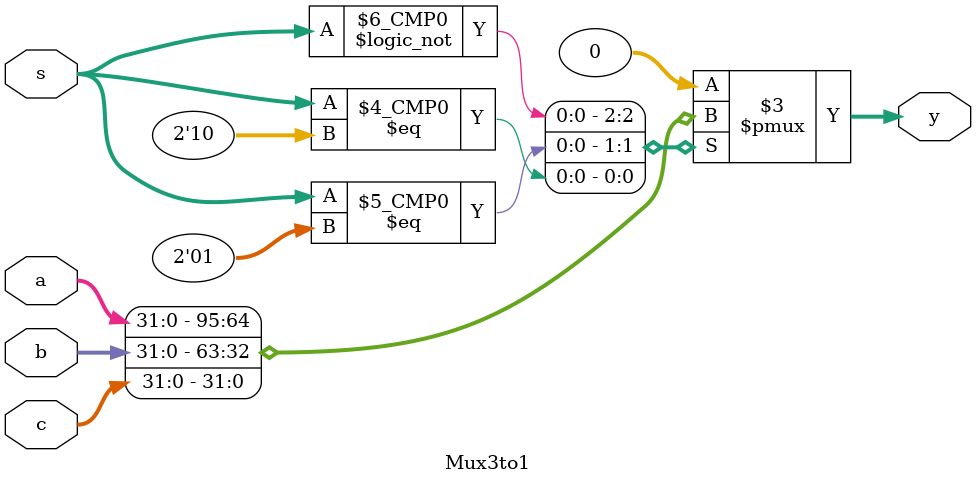
<source format=v>
module Mux3to1(input [31:0] a, b, c, input [1:0] s, output reg [31:0] y);
    always @(*) begin
        case(s)
            2'b00: y = a;
            2'b01: y = b;
            2'b10: y = c;
            default: y = 32'b0;
        endcase
    end
endmodule
</source>
